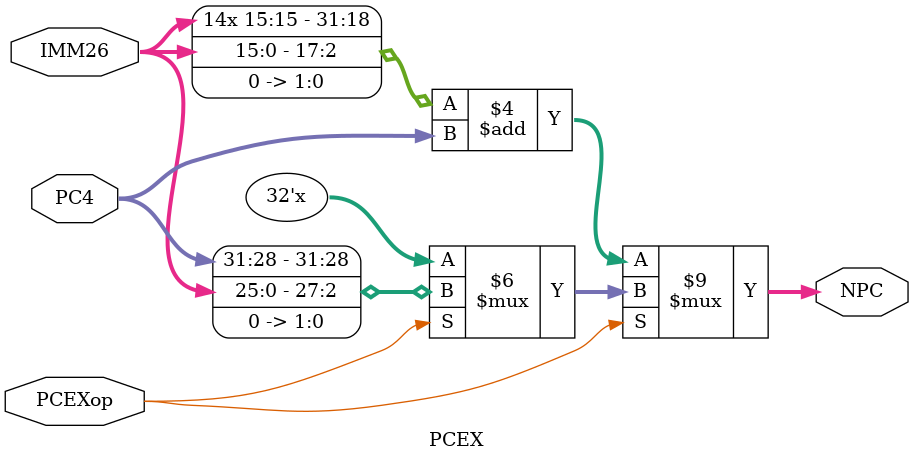
<source format=v>
`timescale 1ns / 1ps
module PCEX(
    input [31:0] PC4,
    input [25:0] IMM26,
	 input  PCEXop,
    output reg[31:0] NPC
    );
	 always@(*)begin
    if(PCEXop==0)
	   NPC<=({{16{IMM26[15]}},IMM26[15:0]}<<2)+PC4;//beq
	 else if(PCEXop==1)
	   NPC<={PC4[31:28],IMM26,2'b0};//jal
    end
endmodule

</source>
